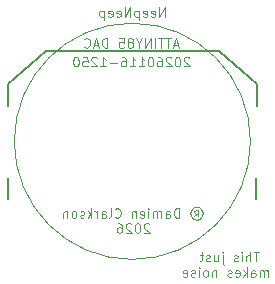
<source format=gbr>
%TF.GenerationSoftware,KiCad,Pcbnew,7.0.10*%
%TF.CreationDate,2026-01-16T16:27:33+08:00*%
%TF.ProjectId,NeepNeep-DAC-V1,4e656570-4e65-4657-902d-4441432d5631,rev?*%
%TF.SameCoordinates,Original*%
%TF.FileFunction,Legend,Bot*%
%TF.FilePolarity,Positive*%
%FSLAX46Y46*%
G04 Gerber Fmt 4.6, Leading zero omitted, Abs format (unit mm)*
G04 Created by KiCad (PCBNEW 7.0.10) date 2026-01-16 16:27:33*
%MOMM*%
%LPD*%
G01*
G04 APERTURE LIST*
%ADD10C,0.100000*%
%ADD11C,0.200000*%
%ADD12R,1.150000X5.080000*%
%ADD13C,10.000000*%
G04 APERTURE END LIST*
D10*
X10719047Y-9370895D02*
X10261904Y-9370895D01*
X10490476Y-10170895D02*
X10490476Y-9370895D01*
X9995237Y-10170895D02*
X9995237Y-9370895D01*
X9652380Y-10170895D02*
X9652380Y-9751847D01*
X9652380Y-9751847D02*
X9690475Y-9675657D01*
X9690475Y-9675657D02*
X9766666Y-9637561D01*
X9766666Y-9637561D02*
X9880952Y-9637561D01*
X9880952Y-9637561D02*
X9957142Y-9675657D01*
X9957142Y-9675657D02*
X9995237Y-9713752D01*
X9271427Y-10170895D02*
X9271427Y-9637561D01*
X9271427Y-9370895D02*
X9309523Y-9408990D01*
X9309523Y-9408990D02*
X9271427Y-9447085D01*
X9271427Y-9447085D02*
X9233332Y-9408990D01*
X9233332Y-9408990D02*
X9271427Y-9370895D01*
X9271427Y-9370895D02*
X9271427Y-9447085D01*
X8928571Y-10132800D02*
X8852380Y-10170895D01*
X8852380Y-10170895D02*
X8699999Y-10170895D01*
X8699999Y-10170895D02*
X8623809Y-10132800D01*
X8623809Y-10132800D02*
X8585713Y-10056609D01*
X8585713Y-10056609D02*
X8585713Y-10018514D01*
X8585713Y-10018514D02*
X8623809Y-9942323D01*
X8623809Y-9942323D02*
X8699999Y-9904228D01*
X8699999Y-9904228D02*
X8814285Y-9904228D01*
X8814285Y-9904228D02*
X8890475Y-9866133D01*
X8890475Y-9866133D02*
X8928571Y-9789942D01*
X8928571Y-9789942D02*
X8928571Y-9751847D01*
X8928571Y-9751847D02*
X8890475Y-9675657D01*
X8890475Y-9675657D02*
X8814285Y-9637561D01*
X8814285Y-9637561D02*
X8699999Y-9637561D01*
X8699999Y-9637561D02*
X8623809Y-9675657D01*
X7633332Y-9637561D02*
X7633332Y-10323276D01*
X7633332Y-10323276D02*
X7671428Y-10399466D01*
X7671428Y-10399466D02*
X7747618Y-10437561D01*
X7747618Y-10437561D02*
X7785713Y-10437561D01*
X7633332Y-9370895D02*
X7671428Y-9408990D01*
X7671428Y-9408990D02*
X7633332Y-9447085D01*
X7633332Y-9447085D02*
X7595237Y-9408990D01*
X7595237Y-9408990D02*
X7633332Y-9370895D01*
X7633332Y-9370895D02*
X7633332Y-9447085D01*
X6909523Y-9637561D02*
X6909523Y-10170895D01*
X7252380Y-9637561D02*
X7252380Y-10056609D01*
X7252380Y-10056609D02*
X7214285Y-10132800D01*
X7214285Y-10132800D02*
X7138095Y-10170895D01*
X7138095Y-10170895D02*
X7023809Y-10170895D01*
X7023809Y-10170895D02*
X6947618Y-10132800D01*
X6947618Y-10132800D02*
X6909523Y-10094704D01*
X6566666Y-10132800D02*
X6490475Y-10170895D01*
X6490475Y-10170895D02*
X6338094Y-10170895D01*
X6338094Y-10170895D02*
X6261904Y-10132800D01*
X6261904Y-10132800D02*
X6223808Y-10056609D01*
X6223808Y-10056609D02*
X6223808Y-10018514D01*
X6223808Y-10018514D02*
X6261904Y-9942323D01*
X6261904Y-9942323D02*
X6338094Y-9904228D01*
X6338094Y-9904228D02*
X6452380Y-9904228D01*
X6452380Y-9904228D02*
X6528570Y-9866133D01*
X6528570Y-9866133D02*
X6566666Y-9789942D01*
X6566666Y-9789942D02*
X6566666Y-9751847D01*
X6566666Y-9751847D02*
X6528570Y-9675657D01*
X6528570Y-9675657D02*
X6452380Y-9637561D01*
X6452380Y-9637561D02*
X6338094Y-9637561D01*
X6338094Y-9637561D02*
X6261904Y-9675657D01*
X5995237Y-9637561D02*
X5690475Y-9637561D01*
X5880951Y-9370895D02*
X5880951Y-10056609D01*
X5880951Y-10056609D02*
X5842856Y-10132800D01*
X5842856Y-10132800D02*
X5766666Y-10170895D01*
X5766666Y-10170895D02*
X5690475Y-10170895D01*
X11480952Y-11458895D02*
X11480952Y-10925561D01*
X11480952Y-11001752D02*
X11442857Y-10963657D01*
X11442857Y-10963657D02*
X11366667Y-10925561D01*
X11366667Y-10925561D02*
X11252381Y-10925561D01*
X11252381Y-10925561D02*
X11176190Y-10963657D01*
X11176190Y-10963657D02*
X11138095Y-11039847D01*
X11138095Y-11039847D02*
X11138095Y-11458895D01*
X11138095Y-11039847D02*
X11100000Y-10963657D01*
X11100000Y-10963657D02*
X11023809Y-10925561D01*
X11023809Y-10925561D02*
X10909524Y-10925561D01*
X10909524Y-10925561D02*
X10833333Y-10963657D01*
X10833333Y-10963657D02*
X10795238Y-11039847D01*
X10795238Y-11039847D02*
X10795238Y-11458895D01*
X10071428Y-11458895D02*
X10071428Y-11039847D01*
X10071428Y-11039847D02*
X10109523Y-10963657D01*
X10109523Y-10963657D02*
X10185714Y-10925561D01*
X10185714Y-10925561D02*
X10338095Y-10925561D01*
X10338095Y-10925561D02*
X10414285Y-10963657D01*
X10071428Y-11420800D02*
X10147619Y-11458895D01*
X10147619Y-11458895D02*
X10338095Y-11458895D01*
X10338095Y-11458895D02*
X10414285Y-11420800D01*
X10414285Y-11420800D02*
X10452381Y-11344609D01*
X10452381Y-11344609D02*
X10452381Y-11268419D01*
X10452381Y-11268419D02*
X10414285Y-11192228D01*
X10414285Y-11192228D02*
X10338095Y-11154133D01*
X10338095Y-11154133D02*
X10147619Y-11154133D01*
X10147619Y-11154133D02*
X10071428Y-11116038D01*
X9690475Y-11458895D02*
X9690475Y-10658895D01*
X9614285Y-11154133D02*
X9385713Y-11458895D01*
X9385713Y-10925561D02*
X9690475Y-11230323D01*
X8738094Y-11420800D02*
X8814285Y-11458895D01*
X8814285Y-11458895D02*
X8966666Y-11458895D01*
X8966666Y-11458895D02*
X9042856Y-11420800D01*
X9042856Y-11420800D02*
X9080952Y-11344609D01*
X9080952Y-11344609D02*
X9080952Y-11039847D01*
X9080952Y-11039847D02*
X9042856Y-10963657D01*
X9042856Y-10963657D02*
X8966666Y-10925561D01*
X8966666Y-10925561D02*
X8814285Y-10925561D01*
X8814285Y-10925561D02*
X8738094Y-10963657D01*
X8738094Y-10963657D02*
X8699999Y-11039847D01*
X8699999Y-11039847D02*
X8699999Y-11116038D01*
X8699999Y-11116038D02*
X9080952Y-11192228D01*
X8395238Y-11420800D02*
X8319047Y-11458895D01*
X8319047Y-11458895D02*
X8166666Y-11458895D01*
X8166666Y-11458895D02*
X8090476Y-11420800D01*
X8090476Y-11420800D02*
X8052380Y-11344609D01*
X8052380Y-11344609D02*
X8052380Y-11306514D01*
X8052380Y-11306514D02*
X8090476Y-11230323D01*
X8090476Y-11230323D02*
X8166666Y-11192228D01*
X8166666Y-11192228D02*
X8280952Y-11192228D01*
X8280952Y-11192228D02*
X8357142Y-11154133D01*
X8357142Y-11154133D02*
X8395238Y-11077942D01*
X8395238Y-11077942D02*
X8395238Y-11039847D01*
X8395238Y-11039847D02*
X8357142Y-10963657D01*
X8357142Y-10963657D02*
X8280952Y-10925561D01*
X8280952Y-10925561D02*
X8166666Y-10925561D01*
X8166666Y-10925561D02*
X8090476Y-10963657D01*
X7099999Y-10925561D02*
X7099999Y-11458895D01*
X7099999Y-11001752D02*
X7061904Y-10963657D01*
X7061904Y-10963657D02*
X6985714Y-10925561D01*
X6985714Y-10925561D02*
X6871428Y-10925561D01*
X6871428Y-10925561D02*
X6795237Y-10963657D01*
X6795237Y-10963657D02*
X6757142Y-11039847D01*
X6757142Y-11039847D02*
X6757142Y-11458895D01*
X6261904Y-11458895D02*
X6338094Y-11420800D01*
X6338094Y-11420800D02*
X6376189Y-11382704D01*
X6376189Y-11382704D02*
X6414285Y-11306514D01*
X6414285Y-11306514D02*
X6414285Y-11077942D01*
X6414285Y-11077942D02*
X6376189Y-11001752D01*
X6376189Y-11001752D02*
X6338094Y-10963657D01*
X6338094Y-10963657D02*
X6261904Y-10925561D01*
X6261904Y-10925561D02*
X6147618Y-10925561D01*
X6147618Y-10925561D02*
X6071427Y-10963657D01*
X6071427Y-10963657D02*
X6033332Y-11001752D01*
X6033332Y-11001752D02*
X5995237Y-11077942D01*
X5995237Y-11077942D02*
X5995237Y-11306514D01*
X5995237Y-11306514D02*
X6033332Y-11382704D01*
X6033332Y-11382704D02*
X6071427Y-11420800D01*
X6071427Y-11420800D02*
X6147618Y-11458895D01*
X6147618Y-11458895D02*
X6261904Y-11458895D01*
X5652379Y-11458895D02*
X5652379Y-10925561D01*
X5652379Y-10658895D02*
X5690475Y-10696990D01*
X5690475Y-10696990D02*
X5652379Y-10735085D01*
X5652379Y-10735085D02*
X5614284Y-10696990D01*
X5614284Y-10696990D02*
X5652379Y-10658895D01*
X5652379Y-10658895D02*
X5652379Y-10735085D01*
X5309523Y-11420800D02*
X5233332Y-11458895D01*
X5233332Y-11458895D02*
X5080951Y-11458895D01*
X5080951Y-11458895D02*
X5004761Y-11420800D01*
X5004761Y-11420800D02*
X4966665Y-11344609D01*
X4966665Y-11344609D02*
X4966665Y-11306514D01*
X4966665Y-11306514D02*
X5004761Y-11230323D01*
X5004761Y-11230323D02*
X5080951Y-11192228D01*
X5080951Y-11192228D02*
X5195237Y-11192228D01*
X5195237Y-11192228D02*
X5271427Y-11154133D01*
X5271427Y-11154133D02*
X5309523Y-11077942D01*
X5309523Y-11077942D02*
X5309523Y-11039847D01*
X5309523Y-11039847D02*
X5271427Y-10963657D01*
X5271427Y-10963657D02*
X5195237Y-10925561D01*
X5195237Y-10925561D02*
X5080951Y-10925561D01*
X5080951Y-10925561D02*
X5004761Y-10963657D01*
X4319046Y-11420800D02*
X4395237Y-11458895D01*
X4395237Y-11458895D02*
X4547618Y-11458895D01*
X4547618Y-11458895D02*
X4623808Y-11420800D01*
X4623808Y-11420800D02*
X4661904Y-11344609D01*
X4661904Y-11344609D02*
X4661904Y-11039847D01*
X4661904Y-11039847D02*
X4623808Y-10963657D01*
X4623808Y-10963657D02*
X4547618Y-10925561D01*
X4547618Y-10925561D02*
X4395237Y-10925561D01*
X4395237Y-10925561D02*
X4319046Y-10963657D01*
X4319046Y-10963657D02*
X4280951Y-11039847D01*
X4280951Y-11039847D02*
X4280951Y-11116038D01*
X4280951Y-11116038D02*
X4661904Y-11192228D01*
X3861904Y8163677D02*
X3480951Y8163677D01*
X3938094Y7935105D02*
X3671427Y8735105D01*
X3671427Y8735105D02*
X3404761Y7935105D01*
X3252380Y8735105D02*
X2795237Y8735105D01*
X3023809Y7935105D02*
X3023809Y8735105D01*
X2642856Y8735105D02*
X2185713Y8735105D01*
X2414285Y7935105D02*
X2414285Y8735105D01*
X1919046Y7935105D02*
X1919046Y8735105D01*
X1538094Y7935105D02*
X1538094Y8735105D01*
X1538094Y8735105D02*
X1080951Y7935105D01*
X1080951Y7935105D02*
X1080951Y8735105D01*
X547618Y8316058D02*
X547618Y7935105D01*
X814285Y8735105D02*
X547618Y8316058D01*
X547618Y8316058D02*
X280952Y8735105D01*
X-100000Y8392248D02*
X-23810Y8430343D01*
X-23810Y8430343D02*
X14285Y8468439D01*
X14285Y8468439D02*
X52381Y8544629D01*
X52381Y8544629D02*
X52381Y8582724D01*
X52381Y8582724D02*
X14285Y8658915D01*
X14285Y8658915D02*
X-23810Y8697010D01*
X-23810Y8697010D02*
X-100000Y8735105D01*
X-100000Y8735105D02*
X-252381Y8735105D01*
X-252381Y8735105D02*
X-328572Y8697010D01*
X-328572Y8697010D02*
X-366667Y8658915D01*
X-366667Y8658915D02*
X-404762Y8582724D01*
X-404762Y8582724D02*
X-404762Y8544629D01*
X-404762Y8544629D02*
X-366667Y8468439D01*
X-366667Y8468439D02*
X-328572Y8430343D01*
X-328572Y8430343D02*
X-252381Y8392248D01*
X-252381Y8392248D02*
X-100000Y8392248D01*
X-100000Y8392248D02*
X-23810Y8354153D01*
X-23810Y8354153D02*
X14285Y8316058D01*
X14285Y8316058D02*
X52381Y8239867D01*
X52381Y8239867D02*
X52381Y8087486D01*
X52381Y8087486D02*
X14285Y8011296D01*
X14285Y8011296D02*
X-23810Y7973200D01*
X-23810Y7973200D02*
X-100000Y7935105D01*
X-100000Y7935105D02*
X-252381Y7935105D01*
X-252381Y7935105D02*
X-328572Y7973200D01*
X-328572Y7973200D02*
X-366667Y8011296D01*
X-366667Y8011296D02*
X-404762Y8087486D01*
X-404762Y8087486D02*
X-404762Y8239867D01*
X-404762Y8239867D02*
X-366667Y8316058D01*
X-366667Y8316058D02*
X-328572Y8354153D01*
X-328572Y8354153D02*
X-252381Y8392248D01*
X-1128572Y8735105D02*
X-747620Y8735105D01*
X-747620Y8735105D02*
X-709524Y8354153D01*
X-709524Y8354153D02*
X-747620Y8392248D01*
X-747620Y8392248D02*
X-823810Y8430343D01*
X-823810Y8430343D02*
X-1014286Y8430343D01*
X-1014286Y8430343D02*
X-1090477Y8392248D01*
X-1090477Y8392248D02*
X-1128572Y8354153D01*
X-1128572Y8354153D02*
X-1166667Y8277962D01*
X-1166667Y8277962D02*
X-1166667Y8087486D01*
X-1166667Y8087486D02*
X-1128572Y8011296D01*
X-1128572Y8011296D02*
X-1090477Y7973200D01*
X-1090477Y7973200D02*
X-1014286Y7935105D01*
X-1014286Y7935105D02*
X-823810Y7935105D01*
X-823810Y7935105D02*
X-747620Y7973200D01*
X-747620Y7973200D02*
X-709524Y8011296D01*
X-2119049Y7935105D02*
X-2119049Y8735105D01*
X-2119049Y8735105D02*
X-2309525Y8735105D01*
X-2309525Y8735105D02*
X-2423811Y8697010D01*
X-2423811Y8697010D02*
X-2500001Y8620820D01*
X-2500001Y8620820D02*
X-2538096Y8544629D01*
X-2538096Y8544629D02*
X-2576192Y8392248D01*
X-2576192Y8392248D02*
X-2576192Y8277962D01*
X-2576192Y8277962D02*
X-2538096Y8125581D01*
X-2538096Y8125581D02*
X-2500001Y8049391D01*
X-2500001Y8049391D02*
X-2423811Y7973200D01*
X-2423811Y7973200D02*
X-2309525Y7935105D01*
X-2309525Y7935105D02*
X-2119049Y7935105D01*
X-2880953Y8163677D02*
X-3261906Y8163677D01*
X-2804763Y7935105D02*
X-3071430Y8735105D01*
X-3071430Y8735105D02*
X-3338096Y7935105D01*
X-4061906Y8011296D02*
X-4023810Y7973200D01*
X-4023810Y7973200D02*
X-3909525Y7935105D01*
X-3909525Y7935105D02*
X-3833334Y7935105D01*
X-3833334Y7935105D02*
X-3719048Y7973200D01*
X-3719048Y7973200D02*
X-3642858Y8049391D01*
X-3642858Y8049391D02*
X-3604763Y8125581D01*
X-3604763Y8125581D02*
X-3566667Y8277962D01*
X-3566667Y8277962D02*
X-3566667Y8392248D01*
X-3566667Y8392248D02*
X-3604763Y8544629D01*
X-3604763Y8544629D02*
X-3642858Y8620820D01*
X-3642858Y8620820D02*
X-3719048Y8697010D01*
X-3719048Y8697010D02*
X-3833334Y8735105D01*
X-3833334Y8735105D02*
X-3909525Y8735105D01*
X-3909525Y8735105D02*
X-4023810Y8697010D01*
X-4023810Y8697010D02*
X-4061906Y8658915D01*
X5250001Y-6356609D02*
X5440477Y-6128038D01*
X5592858Y-6356609D02*
X5592858Y-5823276D01*
X5592858Y-5823276D02*
X5364287Y-5823276D01*
X5364287Y-5823276D02*
X5288096Y-5861371D01*
X5288096Y-5861371D02*
X5250001Y-5937561D01*
X5250001Y-5937561D02*
X5250001Y-6013752D01*
X5250001Y-6013752D02*
X5288096Y-6089942D01*
X5288096Y-6089942D02*
X5364287Y-6128038D01*
X5364287Y-6128038D02*
X5592858Y-6128038D01*
X5440477Y-5556609D02*
X5630953Y-5594704D01*
X5630953Y-5594704D02*
X5821430Y-5708990D01*
X5821430Y-5708990D02*
X5935715Y-5899466D01*
X5935715Y-5899466D02*
X5973811Y-6089942D01*
X5973811Y-6089942D02*
X5935715Y-6280419D01*
X5935715Y-6280419D02*
X5821430Y-6470895D01*
X5821430Y-6470895D02*
X5630953Y-6585180D01*
X5630953Y-6585180D02*
X5440477Y-6623276D01*
X5440477Y-6623276D02*
X5250001Y-6585180D01*
X5250001Y-6585180D02*
X5059525Y-6470895D01*
X5059525Y-6470895D02*
X4945239Y-6280419D01*
X4945239Y-6280419D02*
X4907144Y-6089942D01*
X4907144Y-6089942D02*
X4945239Y-5899466D01*
X4945239Y-5899466D02*
X5059525Y-5708990D01*
X5059525Y-5708990D02*
X5250001Y-5594704D01*
X5250001Y-5594704D02*
X5440477Y-5556609D01*
X3954762Y-6470895D02*
X3954762Y-5670895D01*
X3954762Y-5670895D02*
X3764286Y-5670895D01*
X3764286Y-5670895D02*
X3650000Y-5708990D01*
X3650000Y-5708990D02*
X3573810Y-5785180D01*
X3573810Y-5785180D02*
X3535715Y-5861371D01*
X3535715Y-5861371D02*
X3497619Y-6013752D01*
X3497619Y-6013752D02*
X3497619Y-6128038D01*
X3497619Y-6128038D02*
X3535715Y-6280419D01*
X3535715Y-6280419D02*
X3573810Y-6356609D01*
X3573810Y-6356609D02*
X3650000Y-6432800D01*
X3650000Y-6432800D02*
X3764286Y-6470895D01*
X3764286Y-6470895D02*
X3954762Y-6470895D01*
X2811905Y-6470895D02*
X2811905Y-6051847D01*
X2811905Y-6051847D02*
X2850000Y-5975657D01*
X2850000Y-5975657D02*
X2926191Y-5937561D01*
X2926191Y-5937561D02*
X3078572Y-5937561D01*
X3078572Y-5937561D02*
X3154762Y-5975657D01*
X2811905Y-6432800D02*
X2888096Y-6470895D01*
X2888096Y-6470895D02*
X3078572Y-6470895D01*
X3078572Y-6470895D02*
X3154762Y-6432800D01*
X3154762Y-6432800D02*
X3192858Y-6356609D01*
X3192858Y-6356609D02*
X3192858Y-6280419D01*
X3192858Y-6280419D02*
X3154762Y-6204228D01*
X3154762Y-6204228D02*
X3078572Y-6166133D01*
X3078572Y-6166133D02*
X2888096Y-6166133D01*
X2888096Y-6166133D02*
X2811905Y-6128038D01*
X2430952Y-6470895D02*
X2430952Y-5937561D01*
X2430952Y-6013752D02*
X2392857Y-5975657D01*
X2392857Y-5975657D02*
X2316667Y-5937561D01*
X2316667Y-5937561D02*
X2202381Y-5937561D01*
X2202381Y-5937561D02*
X2126190Y-5975657D01*
X2126190Y-5975657D02*
X2088095Y-6051847D01*
X2088095Y-6051847D02*
X2088095Y-6470895D01*
X2088095Y-6051847D02*
X2050000Y-5975657D01*
X2050000Y-5975657D02*
X1973809Y-5937561D01*
X1973809Y-5937561D02*
X1859524Y-5937561D01*
X1859524Y-5937561D02*
X1783333Y-5975657D01*
X1783333Y-5975657D02*
X1745238Y-6051847D01*
X1745238Y-6051847D02*
X1745238Y-6470895D01*
X1364285Y-6470895D02*
X1364285Y-5937561D01*
X1364285Y-5670895D02*
X1402381Y-5708990D01*
X1402381Y-5708990D02*
X1364285Y-5747085D01*
X1364285Y-5747085D02*
X1326190Y-5708990D01*
X1326190Y-5708990D02*
X1364285Y-5670895D01*
X1364285Y-5670895D02*
X1364285Y-5747085D01*
X678571Y-6432800D02*
X754762Y-6470895D01*
X754762Y-6470895D02*
X907143Y-6470895D01*
X907143Y-6470895D02*
X983333Y-6432800D01*
X983333Y-6432800D02*
X1021429Y-6356609D01*
X1021429Y-6356609D02*
X1021429Y-6051847D01*
X1021429Y-6051847D02*
X983333Y-5975657D01*
X983333Y-5975657D02*
X907143Y-5937561D01*
X907143Y-5937561D02*
X754762Y-5937561D01*
X754762Y-5937561D02*
X678571Y-5975657D01*
X678571Y-5975657D02*
X640476Y-6051847D01*
X640476Y-6051847D02*
X640476Y-6128038D01*
X640476Y-6128038D02*
X1021429Y-6204228D01*
X297619Y-5937561D02*
X297619Y-6470895D01*
X297619Y-6013752D02*
X259524Y-5975657D01*
X259524Y-5975657D02*
X183334Y-5937561D01*
X183334Y-5937561D02*
X69048Y-5937561D01*
X69048Y-5937561D02*
X-7143Y-5975657D01*
X-7143Y-5975657D02*
X-45238Y-6051847D01*
X-45238Y-6051847D02*
X-45238Y-6470895D01*
X-1492858Y-6394704D02*
X-1454762Y-6432800D01*
X-1454762Y-6432800D02*
X-1340477Y-6470895D01*
X-1340477Y-6470895D02*
X-1264286Y-6470895D01*
X-1264286Y-6470895D02*
X-1150000Y-6432800D01*
X-1150000Y-6432800D02*
X-1073810Y-6356609D01*
X-1073810Y-6356609D02*
X-1035715Y-6280419D01*
X-1035715Y-6280419D02*
X-997619Y-6128038D01*
X-997619Y-6128038D02*
X-997619Y-6013752D01*
X-997619Y-6013752D02*
X-1035715Y-5861371D01*
X-1035715Y-5861371D02*
X-1073810Y-5785180D01*
X-1073810Y-5785180D02*
X-1150000Y-5708990D01*
X-1150000Y-5708990D02*
X-1264286Y-5670895D01*
X-1264286Y-5670895D02*
X-1340477Y-5670895D01*
X-1340477Y-5670895D02*
X-1454762Y-5708990D01*
X-1454762Y-5708990D02*
X-1492858Y-5747085D01*
X-1950000Y-6470895D02*
X-1873810Y-6432800D01*
X-1873810Y-6432800D02*
X-1835715Y-6356609D01*
X-1835715Y-6356609D02*
X-1835715Y-5670895D01*
X-2597620Y-6470895D02*
X-2597620Y-6051847D01*
X-2597620Y-6051847D02*
X-2559525Y-5975657D01*
X-2559525Y-5975657D02*
X-2483334Y-5937561D01*
X-2483334Y-5937561D02*
X-2330953Y-5937561D01*
X-2330953Y-5937561D02*
X-2254763Y-5975657D01*
X-2597620Y-6432800D02*
X-2521429Y-6470895D01*
X-2521429Y-6470895D02*
X-2330953Y-6470895D01*
X-2330953Y-6470895D02*
X-2254763Y-6432800D01*
X-2254763Y-6432800D02*
X-2216667Y-6356609D01*
X-2216667Y-6356609D02*
X-2216667Y-6280419D01*
X-2216667Y-6280419D02*
X-2254763Y-6204228D01*
X-2254763Y-6204228D02*
X-2330953Y-6166133D01*
X-2330953Y-6166133D02*
X-2521429Y-6166133D01*
X-2521429Y-6166133D02*
X-2597620Y-6128038D01*
X-2978573Y-6470895D02*
X-2978573Y-5937561D01*
X-2978573Y-6089942D02*
X-3016668Y-6013752D01*
X-3016668Y-6013752D02*
X-3054763Y-5975657D01*
X-3054763Y-5975657D02*
X-3130954Y-5937561D01*
X-3130954Y-5937561D02*
X-3207144Y-5937561D01*
X-3473811Y-6470895D02*
X-3473811Y-5670895D01*
X-3550001Y-6166133D02*
X-3778573Y-6470895D01*
X-3778573Y-5937561D02*
X-3473811Y-6242323D01*
X-4083334Y-6432800D02*
X-4159525Y-6470895D01*
X-4159525Y-6470895D02*
X-4311906Y-6470895D01*
X-4311906Y-6470895D02*
X-4388096Y-6432800D01*
X-4388096Y-6432800D02*
X-4426192Y-6356609D01*
X-4426192Y-6356609D02*
X-4426192Y-6318514D01*
X-4426192Y-6318514D02*
X-4388096Y-6242323D01*
X-4388096Y-6242323D02*
X-4311906Y-6204228D01*
X-4311906Y-6204228D02*
X-4197620Y-6204228D01*
X-4197620Y-6204228D02*
X-4121430Y-6166133D01*
X-4121430Y-6166133D02*
X-4083334Y-6089942D01*
X-4083334Y-6089942D02*
X-4083334Y-6051847D01*
X-4083334Y-6051847D02*
X-4121430Y-5975657D01*
X-4121430Y-5975657D02*
X-4197620Y-5937561D01*
X-4197620Y-5937561D02*
X-4311906Y-5937561D01*
X-4311906Y-5937561D02*
X-4388096Y-5975657D01*
X-4883334Y-6470895D02*
X-4807144Y-6432800D01*
X-4807144Y-6432800D02*
X-4769049Y-6394704D01*
X-4769049Y-6394704D02*
X-4730953Y-6318514D01*
X-4730953Y-6318514D02*
X-4730953Y-6089942D01*
X-4730953Y-6089942D02*
X-4769049Y-6013752D01*
X-4769049Y-6013752D02*
X-4807144Y-5975657D01*
X-4807144Y-5975657D02*
X-4883334Y-5937561D01*
X-4883334Y-5937561D02*
X-4997620Y-5937561D01*
X-4997620Y-5937561D02*
X-5073811Y-5975657D01*
X-5073811Y-5975657D02*
X-5111906Y-6013752D01*
X-5111906Y-6013752D02*
X-5150001Y-6089942D01*
X-5150001Y-6089942D02*
X-5150001Y-6318514D01*
X-5150001Y-6318514D02*
X-5111906Y-6394704D01*
X-5111906Y-6394704D02*
X-5073811Y-6432800D01*
X-5073811Y-6432800D02*
X-4997620Y-6470895D01*
X-4997620Y-6470895D02*
X-4883334Y-6470895D01*
X-5492859Y-5937561D02*
X-5492859Y-6470895D01*
X-5492859Y-6013752D02*
X-5530954Y-5975657D01*
X-5530954Y-5975657D02*
X-5607144Y-5937561D01*
X-5607144Y-5937561D02*
X-5721430Y-5937561D01*
X-5721430Y-5937561D02*
X-5797621Y-5975657D01*
X-5797621Y-5975657D02*
X-5835716Y-6051847D01*
X-5835716Y-6051847D02*
X-5835716Y-6470895D01*
X1421429Y-7035085D02*
X1383333Y-6996990D01*
X1383333Y-6996990D02*
X1307143Y-6958895D01*
X1307143Y-6958895D02*
X1116667Y-6958895D01*
X1116667Y-6958895D02*
X1040476Y-6996990D01*
X1040476Y-6996990D02*
X1002381Y-7035085D01*
X1002381Y-7035085D02*
X964286Y-7111276D01*
X964286Y-7111276D02*
X964286Y-7187466D01*
X964286Y-7187466D02*
X1002381Y-7301752D01*
X1002381Y-7301752D02*
X1459524Y-7758895D01*
X1459524Y-7758895D02*
X964286Y-7758895D01*
X469047Y-6958895D02*
X392857Y-6958895D01*
X392857Y-6958895D02*
X316666Y-6996990D01*
X316666Y-6996990D02*
X278571Y-7035085D01*
X278571Y-7035085D02*
X240476Y-7111276D01*
X240476Y-7111276D02*
X202381Y-7263657D01*
X202381Y-7263657D02*
X202381Y-7454133D01*
X202381Y-7454133D02*
X240476Y-7606514D01*
X240476Y-7606514D02*
X278571Y-7682704D01*
X278571Y-7682704D02*
X316666Y-7720800D01*
X316666Y-7720800D02*
X392857Y-7758895D01*
X392857Y-7758895D02*
X469047Y-7758895D01*
X469047Y-7758895D02*
X545238Y-7720800D01*
X545238Y-7720800D02*
X583333Y-7682704D01*
X583333Y-7682704D02*
X621428Y-7606514D01*
X621428Y-7606514D02*
X659524Y-7454133D01*
X659524Y-7454133D02*
X659524Y-7263657D01*
X659524Y-7263657D02*
X621428Y-7111276D01*
X621428Y-7111276D02*
X583333Y-7035085D01*
X583333Y-7035085D02*
X545238Y-6996990D01*
X545238Y-6996990D02*
X469047Y-6958895D01*
X-102381Y-7035085D02*
X-140477Y-6996990D01*
X-140477Y-6996990D02*
X-216667Y-6958895D01*
X-216667Y-6958895D02*
X-407143Y-6958895D01*
X-407143Y-6958895D02*
X-483334Y-6996990D01*
X-483334Y-6996990D02*
X-521429Y-7035085D01*
X-521429Y-7035085D02*
X-559524Y-7111276D01*
X-559524Y-7111276D02*
X-559524Y-7187466D01*
X-559524Y-7187466D02*
X-521429Y-7301752D01*
X-521429Y-7301752D02*
X-64286Y-7758895D01*
X-64286Y-7758895D02*
X-559524Y-7758895D01*
X-1245239Y-6958895D02*
X-1092858Y-6958895D01*
X-1092858Y-6958895D02*
X-1016667Y-6996990D01*
X-1016667Y-6996990D02*
X-978572Y-7035085D01*
X-978572Y-7035085D02*
X-902382Y-7149371D01*
X-902382Y-7149371D02*
X-864286Y-7301752D01*
X-864286Y-7301752D02*
X-864286Y-7606514D01*
X-864286Y-7606514D02*
X-902382Y-7682704D01*
X-902382Y-7682704D02*
X-940477Y-7720800D01*
X-940477Y-7720800D02*
X-1016667Y-7758895D01*
X-1016667Y-7758895D02*
X-1169048Y-7758895D01*
X-1169048Y-7758895D02*
X-1245239Y-7720800D01*
X-1245239Y-7720800D02*
X-1283334Y-7682704D01*
X-1283334Y-7682704D02*
X-1321429Y-7606514D01*
X-1321429Y-7606514D02*
X-1321429Y-7416038D01*
X-1321429Y-7416038D02*
X-1283334Y-7339847D01*
X-1283334Y-7339847D02*
X-1245239Y-7301752D01*
X-1245239Y-7301752D02*
X-1169048Y-7263657D01*
X-1169048Y-7263657D02*
X-1016667Y-7263657D01*
X-1016667Y-7263657D02*
X-940477Y-7301752D01*
X-940477Y-7301752D02*
X-902382Y-7339847D01*
X-902382Y-7339847D02*
X-864286Y-7416038D01*
X2742856Y10535105D02*
X2742856Y11335105D01*
X2742856Y11335105D02*
X2285713Y10535105D01*
X2285713Y10535105D02*
X2285713Y11335105D01*
X1599999Y10573200D02*
X1676190Y10535105D01*
X1676190Y10535105D02*
X1828571Y10535105D01*
X1828571Y10535105D02*
X1904761Y10573200D01*
X1904761Y10573200D02*
X1942857Y10649391D01*
X1942857Y10649391D02*
X1942857Y10954153D01*
X1942857Y10954153D02*
X1904761Y11030343D01*
X1904761Y11030343D02*
X1828571Y11068439D01*
X1828571Y11068439D02*
X1676190Y11068439D01*
X1676190Y11068439D02*
X1599999Y11030343D01*
X1599999Y11030343D02*
X1561904Y10954153D01*
X1561904Y10954153D02*
X1561904Y10877962D01*
X1561904Y10877962D02*
X1942857Y10801772D01*
X914285Y10573200D02*
X990476Y10535105D01*
X990476Y10535105D02*
X1142857Y10535105D01*
X1142857Y10535105D02*
X1219047Y10573200D01*
X1219047Y10573200D02*
X1257143Y10649391D01*
X1257143Y10649391D02*
X1257143Y10954153D01*
X1257143Y10954153D02*
X1219047Y11030343D01*
X1219047Y11030343D02*
X1142857Y11068439D01*
X1142857Y11068439D02*
X990476Y11068439D01*
X990476Y11068439D02*
X914285Y11030343D01*
X914285Y11030343D02*
X876190Y10954153D01*
X876190Y10954153D02*
X876190Y10877962D01*
X876190Y10877962D02*
X1257143Y10801772D01*
X533333Y11068439D02*
X533333Y10268439D01*
X533333Y11030343D02*
X457143Y11068439D01*
X457143Y11068439D02*
X304762Y11068439D01*
X304762Y11068439D02*
X228571Y11030343D01*
X228571Y11030343D02*
X190476Y10992248D01*
X190476Y10992248D02*
X152381Y10916058D01*
X152381Y10916058D02*
X152381Y10687486D01*
X152381Y10687486D02*
X190476Y10611296D01*
X190476Y10611296D02*
X228571Y10573200D01*
X228571Y10573200D02*
X304762Y10535105D01*
X304762Y10535105D02*
X457143Y10535105D01*
X457143Y10535105D02*
X533333Y10573200D01*
X-190477Y10535105D02*
X-190477Y11335105D01*
X-190477Y11335105D02*
X-647620Y10535105D01*
X-647620Y10535105D02*
X-647620Y11335105D01*
X-1333334Y10573200D02*
X-1257143Y10535105D01*
X-1257143Y10535105D02*
X-1104762Y10535105D01*
X-1104762Y10535105D02*
X-1028572Y10573200D01*
X-1028572Y10573200D02*
X-990476Y10649391D01*
X-990476Y10649391D02*
X-990476Y10954153D01*
X-990476Y10954153D02*
X-1028572Y11030343D01*
X-1028572Y11030343D02*
X-1104762Y11068439D01*
X-1104762Y11068439D02*
X-1257143Y11068439D01*
X-1257143Y11068439D02*
X-1333334Y11030343D01*
X-1333334Y11030343D02*
X-1371429Y10954153D01*
X-1371429Y10954153D02*
X-1371429Y10877962D01*
X-1371429Y10877962D02*
X-990476Y10801772D01*
X-2019048Y10573200D02*
X-1942857Y10535105D01*
X-1942857Y10535105D02*
X-1790476Y10535105D01*
X-1790476Y10535105D02*
X-1714286Y10573200D01*
X-1714286Y10573200D02*
X-1676190Y10649391D01*
X-1676190Y10649391D02*
X-1676190Y10954153D01*
X-1676190Y10954153D02*
X-1714286Y11030343D01*
X-1714286Y11030343D02*
X-1790476Y11068439D01*
X-1790476Y11068439D02*
X-1942857Y11068439D01*
X-1942857Y11068439D02*
X-2019048Y11030343D01*
X-2019048Y11030343D02*
X-2057143Y10954153D01*
X-2057143Y10954153D02*
X-2057143Y10877962D01*
X-2057143Y10877962D02*
X-1676190Y10801772D01*
X-2400000Y11068439D02*
X-2400000Y10268439D01*
X-2400000Y11030343D02*
X-2476190Y11068439D01*
X-2476190Y11068439D02*
X-2628571Y11068439D01*
X-2628571Y11068439D02*
X-2704762Y11030343D01*
X-2704762Y11030343D02*
X-2742857Y10992248D01*
X-2742857Y10992248D02*
X-2780952Y10916058D01*
X-2780952Y10916058D02*
X-2780952Y10687486D01*
X-2780952Y10687486D02*
X-2742857Y10611296D01*
X-2742857Y10611296D02*
X-2704762Y10573200D01*
X-2704762Y10573200D02*
X-2628571Y10535105D01*
X-2628571Y10535105D02*
X-2476190Y10535105D01*
X-2476190Y10535105D02*
X-2400000Y10573200D01*
X4814287Y7058915D02*
X4776191Y7097010D01*
X4776191Y7097010D02*
X4700001Y7135105D01*
X4700001Y7135105D02*
X4509525Y7135105D01*
X4509525Y7135105D02*
X4433334Y7097010D01*
X4433334Y7097010D02*
X4395239Y7058915D01*
X4395239Y7058915D02*
X4357144Y6982724D01*
X4357144Y6982724D02*
X4357144Y6906534D01*
X4357144Y6906534D02*
X4395239Y6792248D01*
X4395239Y6792248D02*
X4852382Y6335105D01*
X4852382Y6335105D02*
X4357144Y6335105D01*
X3861905Y7135105D02*
X3785715Y7135105D01*
X3785715Y7135105D02*
X3709524Y7097010D01*
X3709524Y7097010D02*
X3671429Y7058915D01*
X3671429Y7058915D02*
X3633334Y6982724D01*
X3633334Y6982724D02*
X3595239Y6830343D01*
X3595239Y6830343D02*
X3595239Y6639867D01*
X3595239Y6639867D02*
X3633334Y6487486D01*
X3633334Y6487486D02*
X3671429Y6411296D01*
X3671429Y6411296D02*
X3709524Y6373200D01*
X3709524Y6373200D02*
X3785715Y6335105D01*
X3785715Y6335105D02*
X3861905Y6335105D01*
X3861905Y6335105D02*
X3938096Y6373200D01*
X3938096Y6373200D02*
X3976191Y6411296D01*
X3976191Y6411296D02*
X4014286Y6487486D01*
X4014286Y6487486D02*
X4052382Y6639867D01*
X4052382Y6639867D02*
X4052382Y6830343D01*
X4052382Y6830343D02*
X4014286Y6982724D01*
X4014286Y6982724D02*
X3976191Y7058915D01*
X3976191Y7058915D02*
X3938096Y7097010D01*
X3938096Y7097010D02*
X3861905Y7135105D01*
X3290477Y7058915D02*
X3252381Y7097010D01*
X3252381Y7097010D02*
X3176191Y7135105D01*
X3176191Y7135105D02*
X2985715Y7135105D01*
X2985715Y7135105D02*
X2909524Y7097010D01*
X2909524Y7097010D02*
X2871429Y7058915D01*
X2871429Y7058915D02*
X2833334Y6982724D01*
X2833334Y6982724D02*
X2833334Y6906534D01*
X2833334Y6906534D02*
X2871429Y6792248D01*
X2871429Y6792248D02*
X3328572Y6335105D01*
X3328572Y6335105D02*
X2833334Y6335105D01*
X2147619Y7135105D02*
X2300000Y7135105D01*
X2300000Y7135105D02*
X2376191Y7097010D01*
X2376191Y7097010D02*
X2414286Y7058915D01*
X2414286Y7058915D02*
X2490476Y6944629D01*
X2490476Y6944629D02*
X2528572Y6792248D01*
X2528572Y6792248D02*
X2528572Y6487486D01*
X2528572Y6487486D02*
X2490476Y6411296D01*
X2490476Y6411296D02*
X2452381Y6373200D01*
X2452381Y6373200D02*
X2376191Y6335105D01*
X2376191Y6335105D02*
X2223810Y6335105D01*
X2223810Y6335105D02*
X2147619Y6373200D01*
X2147619Y6373200D02*
X2109524Y6411296D01*
X2109524Y6411296D02*
X2071429Y6487486D01*
X2071429Y6487486D02*
X2071429Y6677962D01*
X2071429Y6677962D02*
X2109524Y6754153D01*
X2109524Y6754153D02*
X2147619Y6792248D01*
X2147619Y6792248D02*
X2223810Y6830343D01*
X2223810Y6830343D02*
X2376191Y6830343D01*
X2376191Y6830343D02*
X2452381Y6792248D01*
X2452381Y6792248D02*
X2490476Y6754153D01*
X2490476Y6754153D02*
X2528572Y6677962D01*
X1576190Y7135105D02*
X1500000Y7135105D01*
X1500000Y7135105D02*
X1423809Y7097010D01*
X1423809Y7097010D02*
X1385714Y7058915D01*
X1385714Y7058915D02*
X1347619Y6982724D01*
X1347619Y6982724D02*
X1309524Y6830343D01*
X1309524Y6830343D02*
X1309524Y6639867D01*
X1309524Y6639867D02*
X1347619Y6487486D01*
X1347619Y6487486D02*
X1385714Y6411296D01*
X1385714Y6411296D02*
X1423809Y6373200D01*
X1423809Y6373200D02*
X1500000Y6335105D01*
X1500000Y6335105D02*
X1576190Y6335105D01*
X1576190Y6335105D02*
X1652381Y6373200D01*
X1652381Y6373200D02*
X1690476Y6411296D01*
X1690476Y6411296D02*
X1728571Y6487486D01*
X1728571Y6487486D02*
X1766667Y6639867D01*
X1766667Y6639867D02*
X1766667Y6830343D01*
X1766667Y6830343D02*
X1728571Y6982724D01*
X1728571Y6982724D02*
X1690476Y7058915D01*
X1690476Y7058915D02*
X1652381Y7097010D01*
X1652381Y7097010D02*
X1576190Y7135105D01*
X547619Y6335105D02*
X1004762Y6335105D01*
X776190Y6335105D02*
X776190Y7135105D01*
X776190Y7135105D02*
X852381Y7020820D01*
X852381Y7020820D02*
X928571Y6944629D01*
X928571Y6944629D02*
X1004762Y6906534D01*
X-214286Y6335105D02*
X242857Y6335105D01*
X14285Y6335105D02*
X14285Y7135105D01*
X14285Y7135105D02*
X90476Y7020820D01*
X90476Y7020820D02*
X166666Y6944629D01*
X166666Y6944629D02*
X242857Y6906534D01*
X-900001Y7135105D02*
X-747620Y7135105D01*
X-747620Y7135105D02*
X-671429Y7097010D01*
X-671429Y7097010D02*
X-633334Y7058915D01*
X-633334Y7058915D02*
X-557144Y6944629D01*
X-557144Y6944629D02*
X-519048Y6792248D01*
X-519048Y6792248D02*
X-519048Y6487486D01*
X-519048Y6487486D02*
X-557144Y6411296D01*
X-557144Y6411296D02*
X-595239Y6373200D01*
X-595239Y6373200D02*
X-671429Y6335105D01*
X-671429Y6335105D02*
X-823810Y6335105D01*
X-823810Y6335105D02*
X-900001Y6373200D01*
X-900001Y6373200D02*
X-938096Y6411296D01*
X-938096Y6411296D02*
X-976191Y6487486D01*
X-976191Y6487486D02*
X-976191Y6677962D01*
X-976191Y6677962D02*
X-938096Y6754153D01*
X-938096Y6754153D02*
X-900001Y6792248D01*
X-900001Y6792248D02*
X-823810Y6830343D01*
X-823810Y6830343D02*
X-671429Y6830343D01*
X-671429Y6830343D02*
X-595239Y6792248D01*
X-595239Y6792248D02*
X-557144Y6754153D01*
X-557144Y6754153D02*
X-519048Y6677962D01*
X-1319049Y6639867D02*
X-1928572Y6639867D01*
X-2728572Y6335105D02*
X-2271429Y6335105D01*
X-2500001Y6335105D02*
X-2500001Y7135105D01*
X-2500001Y7135105D02*
X-2423810Y7020820D01*
X-2423810Y7020820D02*
X-2347620Y6944629D01*
X-2347620Y6944629D02*
X-2271429Y6906534D01*
X-3033334Y7058915D02*
X-3071430Y7097010D01*
X-3071430Y7097010D02*
X-3147620Y7135105D01*
X-3147620Y7135105D02*
X-3338096Y7135105D01*
X-3338096Y7135105D02*
X-3414287Y7097010D01*
X-3414287Y7097010D02*
X-3452382Y7058915D01*
X-3452382Y7058915D02*
X-3490477Y6982724D01*
X-3490477Y6982724D02*
X-3490477Y6906534D01*
X-3490477Y6906534D02*
X-3452382Y6792248D01*
X-3452382Y6792248D02*
X-2995239Y6335105D01*
X-2995239Y6335105D02*
X-3490477Y6335105D01*
X-4214287Y7135105D02*
X-3833335Y7135105D01*
X-3833335Y7135105D02*
X-3795239Y6754153D01*
X-3795239Y6754153D02*
X-3833335Y6792248D01*
X-3833335Y6792248D02*
X-3909525Y6830343D01*
X-3909525Y6830343D02*
X-4100001Y6830343D01*
X-4100001Y6830343D02*
X-4176192Y6792248D01*
X-4176192Y6792248D02*
X-4214287Y6754153D01*
X-4214287Y6754153D02*
X-4252382Y6677962D01*
X-4252382Y6677962D02*
X-4252382Y6487486D01*
X-4252382Y6487486D02*
X-4214287Y6411296D01*
X-4214287Y6411296D02*
X-4176192Y6373200D01*
X-4176192Y6373200D02*
X-4100001Y6335105D01*
X-4100001Y6335105D02*
X-3909525Y6335105D01*
X-3909525Y6335105D02*
X-3833335Y6373200D01*
X-3833335Y6373200D02*
X-3795239Y6411296D01*
X-4747621Y7135105D02*
X-4823811Y7135105D01*
X-4823811Y7135105D02*
X-4900002Y7097010D01*
X-4900002Y7097010D02*
X-4938097Y7058915D01*
X-4938097Y7058915D02*
X-4976192Y6982724D01*
X-4976192Y6982724D02*
X-5014287Y6830343D01*
X-5014287Y6830343D02*
X-5014287Y6639867D01*
X-5014287Y6639867D02*
X-4976192Y6487486D01*
X-4976192Y6487486D02*
X-4938097Y6411296D01*
X-4938097Y6411296D02*
X-4900002Y6373200D01*
X-4900002Y6373200D02*
X-4823811Y6335105D01*
X-4823811Y6335105D02*
X-4747621Y6335105D01*
X-4747621Y6335105D02*
X-4671430Y6373200D01*
X-4671430Y6373200D02*
X-4633335Y6411296D01*
X-4633335Y6411296D02*
X-4595240Y6487486D01*
X-4595240Y6487486D02*
X-4557144Y6639867D01*
X-4557144Y6639867D02*
X-4557144Y6830343D01*
X-4557144Y6830343D02*
X-4595240Y6982724D01*
X-4595240Y6982724D02*
X-4633335Y7058915D01*
X-4633335Y7058915D02*
X-4671430Y7097010D01*
X-4671430Y7097010D02*
X-4747621Y7135105D01*
D11*
%TO.C,BT1*%
X10550000Y4825000D02*
X10550000Y3000000D01*
X10550000Y4825000D02*
X7350000Y7675000D01*
X7350000Y7675000D02*
X-7350000Y7675000D01*
X-10550000Y4825000D02*
X-7350000Y7675000D01*
X-10550000Y4825000D02*
X-10550000Y3000000D01*
D10*
X10000000Y0D02*
G75*
G03*
X-10000000Y0I-10000000J0D01*
G01*
X-10000000Y0D02*
G75*
G03*
X10000000Y0I10000000J0D01*
G01*
D11*
X-10500000Y-3087500D02*
X-10500000Y-4912500D01*
X10500000Y-3087500D02*
X10500000Y-4912500D01*
%TD*%
%LPC*%
D12*
%TO.C,BT1*%
X10875000Y0D03*
X-10875000Y0D03*
D13*
X0Y0D03*
%TD*%
%LPD*%
M02*

</source>
